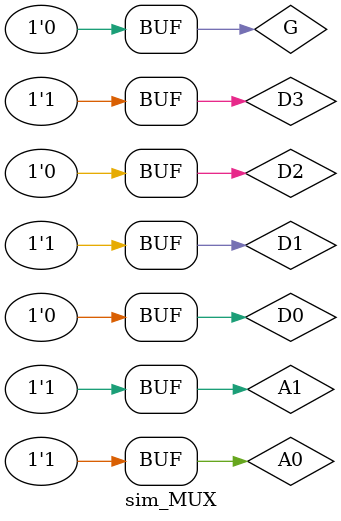
<source format=v>
`timescale 1ns / 1ps


module sim_MUX();
    reg G;//µÍµçÆ½ÓÐÐ§
    reg A1;
    reg A0;
    reg D0;
    reg D1;
    reg D2;
    reg D3;
    wire Y;
    
    initial begin
        G = 0;
        {A1,A0} = 0;
        {D0,D1,D2,D3} = 10;
        {A1,A0} = #10 1;
        {A1,A0} = #10 2;
        {A1,A0} = #10 3;
        {D0,D1,D2,D3} = #10 5;
        {A1,A0} = 0;
        {A1,A0} = #10 1;
        {A1,A0} = #10 2;
        {A1,A0} = #10 3;
        G = #10 0;
    end
    _74LS153_MUX test_74LS153(G,A1,A0,D0,D1,D2,D3,Y);
endmodule

</source>
